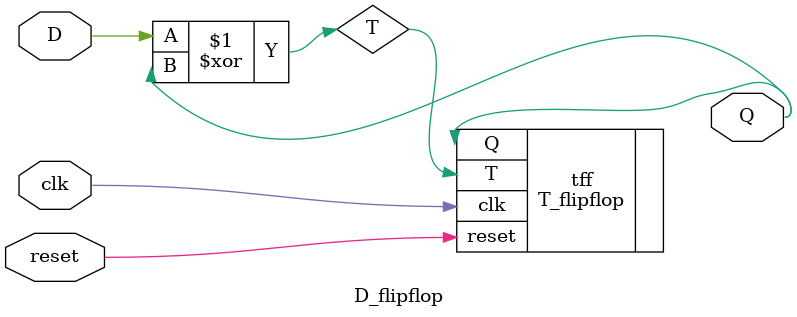
<source format=v>
`timescale 1ns / 1ps

module D_flipflop (
    input D, clk, reset,
    output Q
);
    wire T;
    assign T = D ^ Q; // T flips only when D is different from current Q
    T_flipflop tff (.T(T), .clk(clk), .reset(reset), .Q(Q));
endmodule


</source>
